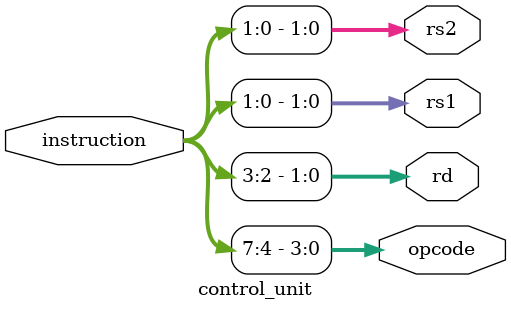
<source format=v>
module control_unit (
    input  wire [7:0] instruction,
    output wire [3:0] opcode,
    output wire [1:0] rd, rs1, rs2
);

    assign opcode = instruction[7:4];
    assign rd     = instruction[3:2];
    assign rs1    = instruction[1:0];
    assign rs2    = instruction[1:0]; // dummy for demo

endmodule

</source>
